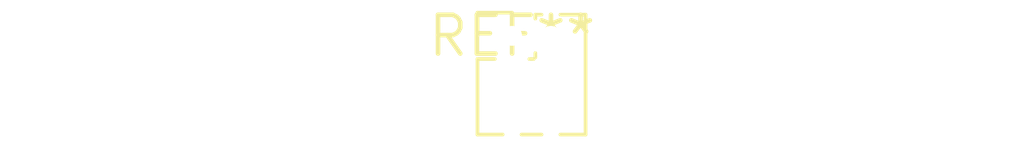
<source format=kicad_pcb>
(kicad_pcb (version 20240108) (generator pcbnew)
  (layers (0 "F.Cu" signal) (31 "B.Cu" signal) (34 "B.Paste" user) (35 "F.Paste" user) (36 "B.SilkS" user "B.Silkscreen") (37 "F.SilkS" user "F.Silkscreen") (38 "B.Mask" user) (39 "F.Mask" user) (44 "Edge.Cuts" user))
  (net 0 "")
  (footprint "PinHeader_2x03_P1.27mm_Vertical" (layer "F.Cu") (at 0 0)
    (property "Reference" "REF**")
    (property "Value" "PinHeader_2x03_P1.27mm_Vertical")
    (fp_line (start -1.13 -0.76) (end 0 -0.76) (layer "F.SilkS") (stroke (width 0.12)))
    (fp_line (start -1.13 0) (end -1.13 -0.76) (layer "F.SilkS") (stroke (width 0.12)))
    (fp_line (start -1.13 0.76) (end -1.13 3.235) (layer "F.SilkS") (stroke (width 0.12)))
    (fp_line (start -1.13 0.76) (end -0.563471 0.76) (layer "F.SilkS") (stroke (width 0.12)))
    (fp_line (start -1.13 3.235) (end -0.30753 3.235) (layer "F.SilkS") (stroke (width 0.12)))
    (fp_line (start 0.30753 3.235) (end 0.96247 3.235) (layer "F.SilkS") (stroke (width 0.12)))
    (fp_line (start 0.563471 0.76) (end 0.706529 0.76) (layer "F.SilkS") (stroke (width 0.12)))
    (fp_line (start 0.76 -0.695) (end 0.96247 -0.695) (layer "F.SilkS") (stroke (width 0.12)))
    (fp_line (start 0.76 -0.563471) (end 0.76 -0.695) (layer "F.SilkS") (stroke (width 0.12)))
    (fp_line (start 0.76 0.706529) (end 0.76 0.563471) (layer "F.SilkS") (stroke (width 0.12)))
    (fp_line (start 1.57753 -0.695) (end 2.4 -0.695) (layer "F.SilkS") (stroke (width 0.12)))
    (fp_line (start 1.57753 3.235) (end 2.4 3.235) (layer "F.SilkS") (stroke (width 0.12)))
    (fp_line (start 2.4 -0.695) (end 2.4 3.235) (layer "F.SilkS") (stroke (width 0.12)))
    (pad "1" thru_hole rect (at 0 0) (size 1 1) (drill 0.65) (layers *.Cu *.Mask) (remove_unused_layers))
    (pad "2" thru_hole oval (at 1.27 0) (size 1 1) (drill 0.65) (layers *.Cu *.Mask) (remove_unused_layers))
    (pad "3" thru_hole oval (at 0 1.27) (size 1 1) (drill 0.65) (layers *.Cu *.Mask) (remove_unused_layers))
    (pad "4" thru_hole oval (at 1.27 1.27) (size 1 1) (drill 0.65) (layers *.Cu *.Mask) (remove_unused_layers))
    (pad "5" thru_hole oval (at 0 2.54) (size 1 1) (drill 0.65) (layers *.Cu *.Mask) (remove_unused_layers))
    (pad "6" thru_hole oval (at 1.27 2.54) (size 1 1) (drill 0.65) (layers *.Cu *.Mask) (remove_unused_layers))
  )
)
</source>
